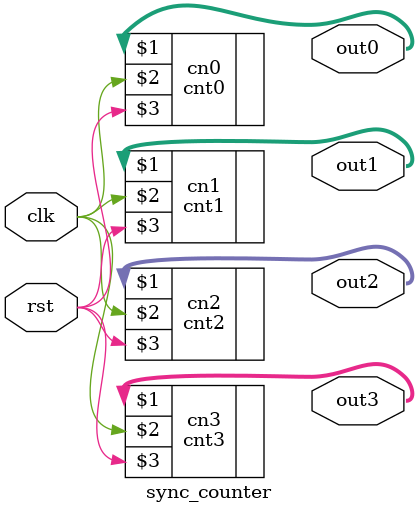
<source format=v>
module sync_counter(out0,out1,out2,out3,clk,rst);

    input clk,rst;
    output [3:0] out0,out1,out2,out3;

    cnt0 cn0(out0,clk,rst);
    cnt1 cn1(out1,clk,rst);
    cnt2 cn2(out2,clk,rst);
    cnt3 cn3(out3,clk,rst);

endmodule 

</source>
